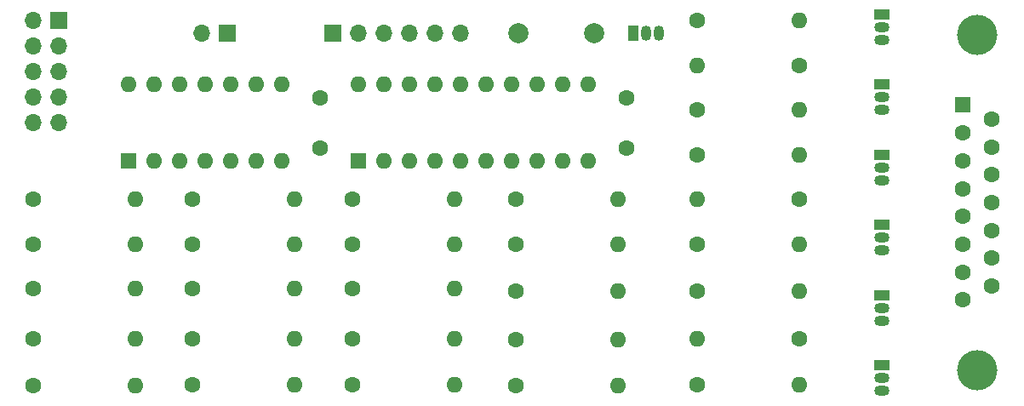
<source format=gbr>
%TF.GenerationSoftware,KiCad,Pcbnew,7.0.8*%
%TF.CreationDate,2025-04-01T12:55:52+02:00*%
%TF.ProjectId,colorswitch,636f6c6f-7273-4776-9974-63682e6b6963,rev?*%
%TF.SameCoordinates,Original*%
%TF.FileFunction,Soldermask,Bot*%
%TF.FilePolarity,Negative*%
%FSLAX46Y46*%
G04 Gerber Fmt 4.6, Leading zero omitted, Abs format (unit mm)*
G04 Created by KiCad (PCBNEW 7.0.8) date 2025-04-01 12:55:52*
%MOMM*%
%LPD*%
G01*
G04 APERTURE LIST*
%ADD10C,4.000000*%
%ADD11R,1.600000X1.600000*%
%ADD12C,1.600000*%
%ADD13O,1.600000X1.600000*%
%ADD14R,1.700000X1.700000*%
%ADD15O,1.700000X1.700000*%
%ADD16C,2.000000*%
%ADD17R,1.050000X1.500000*%
%ADD18O,1.050000X1.500000*%
%ADD19R,1.500000X1.050000*%
%ADD20O,1.500000X1.050000*%
G04 APERTURE END LIST*
D10*
%TO.C,J4*%
X190470000Y-80190000D03*
X190470000Y-113490000D03*
D11*
X189050000Y-87145000D03*
D12*
X189050000Y-89915000D03*
X189050000Y-92685000D03*
X189050000Y-95455000D03*
X189050000Y-98225000D03*
X189050000Y-100995000D03*
X189050000Y-103765000D03*
X189050000Y-106535000D03*
X191890000Y-88530000D03*
X191890000Y-91300000D03*
X191890000Y-94070000D03*
X191890000Y-96840000D03*
X191890000Y-99610000D03*
X191890000Y-102380000D03*
X191890000Y-105150000D03*
%TD*%
%TO.C,R30*%
X144537841Y-115082000D03*
D13*
X154697841Y-115082000D03*
%TD*%
D12*
%TO.C,R23*%
X128281841Y-105430000D03*
D13*
X138441841Y-105430000D03*
%TD*%
D14*
%TO.C,J2*%
X126376841Y-80030000D03*
D15*
X128916841Y-80030000D03*
X131456841Y-80030000D03*
X133996841Y-80030000D03*
X136536841Y-80030000D03*
X139076841Y-80030000D03*
%TD*%
D14*
%TO.C,J3*%
X115896841Y-80030000D03*
D15*
X113356841Y-80030000D03*
%TD*%
D12*
%TO.C,R5*%
X162571841Y-114955000D03*
D13*
X172731841Y-114955000D03*
%TD*%
D12*
%TO.C,R13*%
X112406841Y-105430000D03*
D13*
X122566841Y-105430000D03*
%TD*%
D12*
%TO.C,R15*%
X112406841Y-114955000D03*
D13*
X122566841Y-114955000D03*
%TD*%
D14*
%TO.C,J1*%
X99066841Y-78765000D03*
D15*
X96526841Y-78765000D03*
X99066841Y-81305000D03*
X96526841Y-81305000D03*
X99066841Y-83845000D03*
X96526841Y-83845000D03*
X99066841Y-86385000D03*
X96526841Y-86385000D03*
X99066841Y-88925000D03*
X96526841Y-88925000D03*
%TD*%
D11*
%TO.C,U2*%
X106056841Y-92730000D03*
D13*
X108596841Y-92730000D03*
X111136841Y-92730000D03*
X113676841Y-92730000D03*
X116216841Y-92730000D03*
X118756841Y-92730000D03*
X121296841Y-92730000D03*
X121296841Y-85110000D03*
X118756841Y-85110000D03*
X116216841Y-85110000D03*
X113676841Y-85110000D03*
X111136841Y-85110000D03*
X108596841Y-85110000D03*
X106056841Y-85110000D03*
%TD*%
D16*
%TO.C,C3*%
X144851841Y-80030000D03*
X152351841Y-80030000D03*
%TD*%
D12*
%TO.C,R11*%
X112406841Y-96540000D03*
D13*
X122566841Y-96540000D03*
%TD*%
D12*
%TO.C,R17*%
X96531841Y-100985000D03*
D13*
X106691841Y-100985000D03*
%TD*%
D17*
%TO.C,Q8*%
X156221841Y-80030000D03*
D18*
X157491841Y-80030000D03*
X158761841Y-80030000D03*
%TD*%
D12*
%TO.C,R26*%
X144537841Y-96540000D03*
D13*
X154697841Y-96540000D03*
%TD*%
D12*
%TO.C,R27*%
X144537841Y-100985000D03*
D13*
X154697841Y-100985000D03*
%TD*%
D19*
%TO.C,Q3*%
X180986841Y-99080000D03*
D20*
X180986841Y-100350000D03*
X180986841Y-101620000D03*
%TD*%
D12*
%TO.C,R19*%
X96531841Y-110383000D03*
D13*
X106691841Y-110383000D03*
%TD*%
D19*
%TO.C,Q2*%
X180986841Y-78125000D03*
D20*
X180986841Y-79395000D03*
X180986841Y-80665000D03*
%TD*%
D12*
%TO.C,R29*%
X144537841Y-110510000D03*
D13*
X154697841Y-110510000D03*
%TD*%
D12*
%TO.C,R4*%
X162571841Y-92095000D03*
D13*
X172731841Y-92095000D03*
%TD*%
D12*
%TO.C,R14*%
X112406841Y-110383000D03*
D13*
X122566841Y-110383000D03*
%TD*%
D12*
%TO.C,R18*%
X96531841Y-105430000D03*
D13*
X106691841Y-105430000D03*
%TD*%
D19*
%TO.C,Q6*%
X180986841Y-106065000D03*
D20*
X180986841Y-107335000D03*
X180986841Y-108605000D03*
%TD*%
D12*
%TO.C,R16*%
X96531841Y-96540000D03*
D13*
X106691841Y-96540000D03*
%TD*%
D12*
%TO.C,R8*%
X172731841Y-83205000D03*
D13*
X162571841Y-83205000D03*
%TD*%
D12*
%TO.C,R10*%
X172731841Y-110383000D03*
D13*
X162571841Y-110383000D03*
%TD*%
D12*
%TO.C,R3*%
X162571841Y-100985000D03*
D13*
X172731841Y-100985000D03*
%TD*%
D12*
%TO.C,R25*%
X128281841Y-114955000D03*
D13*
X138441841Y-114955000D03*
%TD*%
D12*
%TO.C,R6*%
X162571841Y-105684000D03*
D13*
X172731841Y-105684000D03*
%TD*%
D12*
%TO.C,C1*%
X125106841Y-86420000D03*
X125106841Y-91420000D03*
%TD*%
D19*
%TO.C,Q5*%
X180986841Y-113050000D03*
D20*
X180986841Y-114320000D03*
X180986841Y-115590000D03*
%TD*%
D19*
%TO.C,Q1*%
X180986841Y-85110000D03*
D20*
X180986841Y-86380000D03*
X180986841Y-87650000D03*
%TD*%
D12*
%TO.C,R2*%
X162571841Y-78760000D03*
D13*
X172731841Y-78760000D03*
%TD*%
D12*
%TO.C,R9*%
X172731841Y-96540000D03*
D13*
X162571841Y-96540000D03*
%TD*%
D19*
%TO.C,Q4*%
X180986841Y-92095000D03*
D20*
X180986841Y-93365000D03*
X180986841Y-94635000D03*
%TD*%
D12*
%TO.C,R22*%
X128281841Y-100985000D03*
D13*
X138441841Y-100985000D03*
%TD*%
D12*
%TO.C,R28*%
X144537841Y-105684000D03*
D13*
X154697841Y-105684000D03*
%TD*%
D12*
%TO.C,R20*%
X96531841Y-115082000D03*
D13*
X106691841Y-115082000D03*
%TD*%
D12*
%TO.C,C2*%
X155586841Y-91420000D03*
X155586841Y-86420000D03*
%TD*%
%TO.C,R21*%
X128281841Y-96540000D03*
D13*
X138441841Y-96540000D03*
%TD*%
D11*
%TO.C,U1*%
X128916841Y-92730000D03*
D13*
X131456841Y-92730000D03*
X133996841Y-92730000D03*
X136536841Y-92730000D03*
X139076841Y-92730000D03*
X141616841Y-92730000D03*
X144156841Y-92730000D03*
X146696841Y-92730000D03*
X149236841Y-92730000D03*
X151776841Y-92730000D03*
X151776841Y-85110000D03*
X149236841Y-85110000D03*
X146696841Y-85110000D03*
X144156841Y-85110000D03*
X141616841Y-85110000D03*
X139076841Y-85110000D03*
X136536841Y-85110000D03*
X133996841Y-85110000D03*
X131456841Y-85110000D03*
X128916841Y-85110000D03*
%TD*%
D12*
%TO.C,R1*%
X162571841Y-87650000D03*
D13*
X172731841Y-87650000D03*
%TD*%
D12*
%TO.C,R24*%
X128281841Y-110383000D03*
D13*
X138441841Y-110383000D03*
%TD*%
D12*
%TO.C,R12*%
X112406841Y-100985000D03*
D13*
X122566841Y-100985000D03*
%TD*%
M02*

</source>
